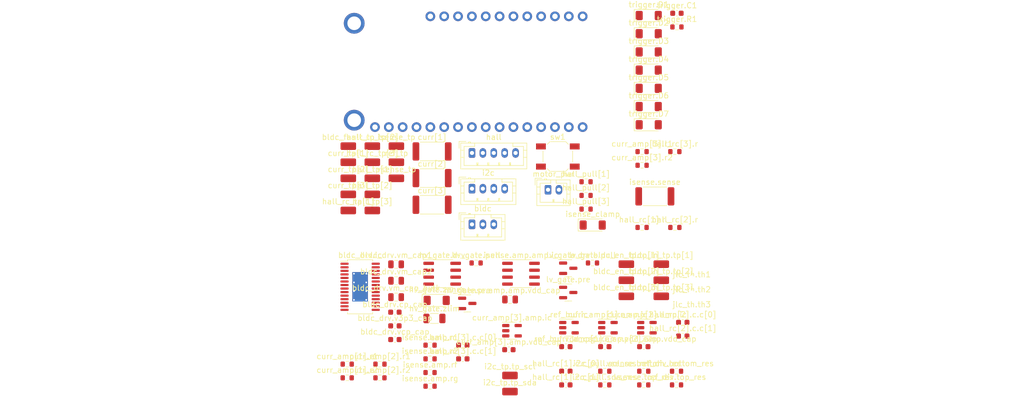
<source format=kicad_pcb>
(kicad_pcb (version 20221018) (generator pcbnew)
  (layers (0 "F.Cu" signal) (31 "B.Cu" signal) (34 "B.Paste" user) (35 "F.Paste" user) (36 "B.SilkS" user "B.Silkscreen") (37 "F.SilkS" user "F.Silkscreen") (38 "B.Mask" user) (39 "F.Mask" user) (44 "Edge.Cuts" user))
  (net 0 "")
  (net 1 "curr_amp[1].output")
  (net 2 "mcu.gpio.bldc_in_3")
  (net 3 "mcu.gpio.bldc_in_2")
  (net 4 "mcu.gpio.bldc_in_1")
  (net 5 "mcu.gpio.bldc_en_3")
  (net 6 "i2c_pull.i2c.scl")
  (net 7 "i2c_pull.i2c.sda")
  (net 8 "mcu.gpio.bldc_en_2")
  (net 9 "mcu.gpio.bldc_en_1")
  (net 10 "bldc_drv.nfault")
  (net 11 "curr_amp[2].output")
  (net 12 "ref_buf.output")
  (net 13 "isense.out")
  (net 14 "curr_amp[3].output")
  (net 15 "hall_pull[1].io")
  (net 16 "vsense.output")
  (net 17 "hall_rc[1].output")
  (net 18 "hall_rc[3].output")
  (net 19 "hall_pull[2].io")
  (net 20 "hall_pull[3].io")
  (net 21 "hall_rc[2].output")
  (net 22 "mcu.pwr_out")
  (net 23 "trigger.trigger_out")
  (net 24 "gnd")
  (net 25 "hv_gate.control")
  (net 26 "lv_gate.control")
  (net 27 "bldc_drv.nreset")
  (net 28 "sw1.out")
  (net 29 "mcu.vusb_out")
  (net 30 "curr[2].pwr_out")
  (net 31 "curr[1].pwr_out")
  (net 32 "curr[3].pwr_out")
  (net 33 "hv_gate.output")
  (net 34 "isense.pwr_out")
  (net 35 "hv_gate.pull.b")
  (net 36 "hv_gate.pre.drain")
  (net 37 "motor_pwr.pwr")
  (net 38 "lv_gate.output")
  (net 39 "ref_div.output")
  (net 40 "curr_amp[1].r2.a")
  (net 41 "curr_amp[2].r2.a")
  (net 42 "lv_gate.pre.drain")
  (net 43 "curr_amp[3].r2.a")
  (net 44 "isense.amp.r1.b")
  (net 45 "isense.amp.r2.b")
  (net 46 "trigger.D4.cathode")
  (net 47 "bldc_drv.cp_cap.neg")
  (net 48 "bldc_drv.cp_cap.pos")
  (net 49 "bldc_drv.vcp_cap.pos")
  (net 50 "trigger.bldc_phase_1")
  (net 51 "trigger.bldc_phase_2")
  (net 52 "trigger.bldc_phase_3")
  (net 53 "bldc_drv.ic.v3p3")
  (footprint "Package_TO_SOT_SMD:SOT-23-5" (layer "F.Cu") (at 132.535 101.5)
    (fp_text reference "ref_buf.ic" (at 0 -2.4) (layer "F.SilkS"))
    (fp_text value "LMV321 (Texas Instruments)")
    (pad "1" smd roundrect (at -1.1375 -0.95) (size 1.325 0.6) (layers "F.Cu" "F.Paste" "F.Mask") (net 39 "ref_div.output"))
    (pad "2" smd roundrect (at -1.1375 0) (size 1.325 0.6) (layers "F.Cu" "F.Paste" "F.Mask") (net 24 "gnd"))
    (pad "3" smd roundrect (at -1.1375 0.95) (size 1.325 0.6) (layers "F.Cu" "F.Paste" "F.Mask") (net 12 "ref_buf.output"))
    (pad "4" smd roundrect (at 1.1375 0.95) (size 1.325 0.6) (layers "F.Cu" "F.Paste" "F.Mask") (net 12 "ref_buf.output"))
    (pad "5" smd roundrect (at 1.1375 -0.95) (size 1.325 0.6) (layers "F.Cu" "F.Paste" "F.Mask") (net 38 "lv_gate.output"))
  )
  (footprint "Capacitor_SMD:C_0603_1608Metric" (layer "F.Cu") (at 131.965 112)
    (fp_text reference "hall_rc[1].c.c[1]" (at 0 -1.43) (layer "F.SilkS"))
    (fp_text value "0603B153K500NT (FH(Guangdong Fenghua Advanced Tech)) - 50V 15nF X7R ±10% 0603 Multilayer Ceramic Capacitors MLCC - SMD/SMT ROHS")
    (pad "1" smd roundrect (at -0.775 0) (size 0.9 0.95) (layers "F.Cu" "F.Paste" "F.Mask") (net 17 "hall_rc[1].output"))
    (pad "2" smd roundrect (at 0.775 0) (size 0.9 0.95) (layers "F.Cu" "F.Paste" "F.Mask") (net 24 "gnd"))
  )
  (footprint "edg:TestPoint_TE_RCT_0805" (layer "F.Cu") (at 143.065 95.75)
    (fp_text reference "bldc_en_tp.tp[3]" (at 0 -1.65) (layer "F.SilkS"))
    (fp_text value "5015 (Keystone) - _mcu_gpio_bldc_en_link.3")
    (pad "1" smd roundrect (at 0 0) (size 2.85 1.4) (layers "F.Cu" "F.Paste" "F.Mask") (roundrect_rratio 0.1785714286) (net 5 "mcu.gpio.bldc_en_3"))
  )
  (footprint "Diode_SMD:D_MiniMELF" (layer "F.Cu") (at 136.89 82.675)
    (fp_text reference "isense_clamp" (at 0 -2) (layer "F.SilkS"))
    (fp_text value "ZMM3V0-M (ST(Semtech)) - 4μA@1V 85Ω Single 2.8V~3.2V 500mW 3V LL-34 Zener Diodes ROHS")
    (pad "1" smd roundrect (at -1.75 0) (size 1.3 1.7) (layers "F.Cu" "F.Paste" "F.Mask") (roundrect_rratio 0.1923076923) (net 13 "isense.out"))
    (pad "2" smd roundrect (at 1.75 0) (size 1.3 1.7) (layers "F.Cu" "F.Paste" "F.Mask") (roundrect_rratio 0.1923076923) (net 24 "gnd"))
  )
  (footprint "Resistor_SMD:R_0603_1608Metric" (layer "F.Cu") (at 151.965 69.2)
    (fp_text reference "hall_rc[3].r" (at 0 -1.43) (layer "F.SilkS"))
    (fp_text value "0603WAF4701T5E (UNI-ROYAL(Uniroyal Elec)) - ±1% 1/10W Thick Film Resistors 75V ±100ppm/℃ -55℃~+155℃ 4.7kΩ 0603 Chip Resistor - Surface Mount ROHS")
    (pad "1" smd roundrect (at -0.825 0) (size 0.8 0.95) (layers "F.Cu" "F.Paste" "F.Mask") (net 20 "hall_pull[3].io"))
    (pad "2" smd roundrect (at 0.825 0) (size 0.8 0.95) (layers "F.Cu" "F.Paste" "F.Mask") (net 18 "hall_rc[3].output"))
  )
  (footprint "Resistor_SMD:R_0603_1608Metric" (layer "F.Cu") (at 107.055 107.22)
    (fp_text reference "isense.amp.r2" (at 0 -1.43) (layer "F.SilkS"))
    (fp_text value "0603WAF1002T5E (UNI-ROYAL(Uniroyal Elec)) - ±1% 1/10W Thick Film Resistors 75V ±100ppm/℃ -55℃~+155℃ 10kΩ 0603 Chip Resistor - Surface Mount ROHS")
    (pad "1" smd roundrect (at -0.825 0) (size 0.8 0.95) (layers "F.Cu" "F.Paste" "F.Mask") (net 33 "hv_gate.output"))
    (pad "2" smd roundrect (at 0.825 0) (size 0.8 0.95) (layers "F.Cu" "F.Paste" "F.Mask") (net 45 "isense.amp.r2.b"))
  )
  (footprint "Package_SO:SOIC-8_3.9x4.9mm_P1.27mm" (layer "F.Cu") (at 123.735 91.6)
    (fp_text reference "isense.amp.amp.ic" (at 0 -3.4) (layer "F.SilkS"))
    (fp_text value "OPA197IDR (Texas Instruments)")
    (pad "1" smd roundrect (at -2.475 -1.905) (size 1.95 0.6) (layers "F.Cu" "F.Paste" "F.Mask"))
    (pad "2" smd roundrect (at -2.475 -0.635) (size 1.95 0.6) (layers "F.Cu" "F.Paste" "F.Mask") (net 44 "isense.amp.r1.b"))
    (pad "3" smd roundrect (at -2.475 0.635) (size 1.95 0.6) (layers "F.Cu" "F.Paste" "F.Mask") (net 45 "isense.amp.r2.b"))
    (pad "4" smd roundrect (at -2.475 1.905) (size 1.95 0.6) (layers "F.Cu" "F.Paste" "F.Mask") (net 24 "gnd"))
    (pad "5" smd roundrect (at 2.475 1.905) (size 1.95 0.6) (layers "F.Cu" "F.Paste" "F.Mask"))
    (pad "6" smd roundrect (at 2.475 0.635) (size 1.95 0.6) (layers "F.Cu" "F.Paste" "F.Mask") (net 13 "isense.out"))
    (pad "7" smd roundrect (at 2.475 -0.635) (size 1.95 0.6) (layers "F.Cu" "F.Paste" "F.Mask") (net 33 "hv_gate.output"))
    (pad "8" smd roundrect (at 2.475 -1.905) (size 1.95 0.6) (layers "F.Cu" "F.Paste" "F.Mask"))
  )
  (footprint "Connector_JST:JST_PH_B2B-PH-K_1x02_P2.00mm_Vertical" (layer "F.Cu") (at 128.695 76.2)
    (fp_text reference "motor_pwr" (at 1 -2.9) (layer "F.SilkS"))
    (fp_text value "B2B-PH-K (JST)")
    (pad "1" thru_hole roundrect (at 0 0) (size 1.2 1.75) (drill 0.75) (layers "*.Cu" "*.Mask") (roundrect_rratio 0.208333) (net 24 "gnd"))
    (pad "2" thru_hole oval (at 2 0) (size 1.2 1.75) (drill 0.75) (layers "*.Cu" "*.Mask") (net 37 "motor_pwr.pwr"))
  )
  (footprint "edg:TestPoint_TE_RCT_0805" (layer "F.Cu") (at 100.875 74.1)
    (fp_text reference "vsense_tp" (at 0 -1.65) (layer "F.SilkS"))
    (fp_text value "5015 (Keystone) - _vsense_output_link")
    (pad "1" smd roundrect (at 0 0) (size 2.85 1.4) (layers "F.Cu" "F.Paste" "F.Mask") (roundrect_rratio 0.1785714286) (net 16 "vsense.output"))
  )
  (footprint "Resistor_SMD:R_0603_1608Metric" (layer "F.Cu") (at 135.675 79.75)
    (fp_text reference "hall_pull[3]" (at 0 -1.43) (layer "F.SilkS"))
    (fp_text value "0603WAF4701T5E (UNI-ROYAL(Uniroyal Elec)) - ±1% 1/10W Thick Film Resistors 75V ±100ppm/℃ -55℃~+155℃ 4.7kΩ 0603 Chip Resistor - Surface Mount ROHS")
    (pad "1" smd roundrect (at -0.825 0) (size 0.8 0.95) (layers "F.Cu" "F.Paste" "F.Mask") (net 38 "lv_gate.output"))
    (pad "2" smd roundrect (at 0.825 0) (size 0.8 0.95) (layers "F.Cu" "F.Paste" "F.Mask") (net 20 "hall_pull[3].io"))
  )
  (footprint "Package_SO:HTSSOP-28-1EP_4.4x9.7mm_P0.65mm_EP2.85x5.4mm_ThermalVias" (layer "F.Cu") (at 94.225 94)
    (fp_text reference "bldc_drv.ic" (at 0 -5.8) (layer "F.SilkS"))
    (fp_text value "DRV8313PWP (Texas Instruments)")
    (pad "1" smd roundrect (at -2.8625 -4.225) (size 1.475 0.4) (layers "F.Cu" "F.Paste" "F.Mask") (net 47 "bldc_drv.cp_cap.neg"))
    (pad "2" smd roundrect (at -2.8625 -3.575) (size 1.475 0.4) (layers "F.Cu" "F.Paste" "F.Mask") (net 48 "bldc_drv.cp_cap.pos"))
    (pad "3" smd roundrect (at -2.8625 -2.925) (size 1.475 0.4) (layers "F.Cu" "F.Paste" "F.Mask") (net 49 "bldc_drv.vcp_cap.pos"))
    (pad "4" smd roundrect (at -2.8625 -2.275) (size 1.475 0.4) (layers "F.Cu" "F.Paste" "F.Mask") (net 34 "isense.pwr_out"))
    (pad "5" smd roundrect (at -2.8625 -1.625) (size 1.475 0.4) (layers "F.Cu" "F.Paste" "F.Mask") (net 50 "trigger.bldc_phase_1"))
    (pad "6" smd roundrect (at -2.8625 -0.975) (size 1.475 0.4) (layers "F.Cu" "F.Paste" "F.Mask") (net 31 "curr[1].pwr_out"))
    (pad "7" smd roundrect (at -2.8625 -0.325) (size 1.475 0.4) (layers "F.Cu" "F.Paste" "F.Mask") (net 30 "curr[2].pwr_out"))
    (pad "8" smd roundrect (at -2.8625 0.325) (size 1.475 0.4) (layers "F.Cu" "F.Paste" "F.Mask") (net 51 "trigger.bldc_phase_2"))
    (pad "9" smd roundrect (at -2.8625 0.975) (size 1.475 0.4) (layers "F.Cu" "F.Paste" "F.Mask") (net 52 "trigger.bldc_phase_3"))
    (pad "10" smd roundrect (at -2.8625 1.625) (size 1.475 0.4) (layers "F.Cu" "F.Paste" "F.Mask") (net 32 "curr[3].pwr_out"))
    (pad "11" smd roundrect (at -2.8625 2.275) (size 1.475 0.4) (layers "F.Cu" "F.Paste" "F.Mask") (net 34 "isense.pwr_out"))
    (pad "12" smd roundrect (at -2.8625 2.925) (size 1.475 0.4) (layers "F.Cu" "F.Paste" "F.Mask") (net 24 "gnd"))
    (pad "13" smd roundrect (at -2.8625 3.575) (size 1.475 0.4) (layers "F.Cu" "F.Paste" "F.Mask") (net 24 "gnd"))
    (pad "14" smd roundrect (at -2.8625 4.225) (size 1.475 0.4) (layers "F.Cu" "F.Paste" "F.Mask") (net 24 "gnd"))
    (pad "15" smd roundrect (at 2.8625 4.225) (size 1.475 0.4) (layers "F.Cu" "F.Paste" "F.Mask") (net 53 "bldc_drv.ic.v3p3"))
    (pad "16" smd roundrect (at 2.8625 3.575) (size 1.475 0.4) (layers "F.Cu" "F.Paste" "F.Mask") (net 27 "bldc_drv.nreset"))
    (pad "17" smd roundrect (at 2.8625 2.925) (size 1.475 0.4) (layers "F.Cu" "F.Paste" "F.Mask") (net 53 "bldc_drv.ic.v3p3"))
    (pad "18" smd roundrect (at 2.8625 2.275) (size 1.475 0.4) (layers "F.Cu" "F.Paste" "F.Mask") (net 10 "bldc_drv.nfault"))
    (pad "19" smd roundrect (at 2.8625 1.625) (size 1.475 0.4) (layers "F.Cu" "F.Paste" "F.Mask"))
    (pad "20" smd roundrect (at 2.8625 0.975) (size 1.475 0.4) (layers "F.Cu" "F.Paste" "F.Mask") (net 24 "gnd"))
    (pad "21" smd roundrect (at 2.8625 0.325) (size 1.475 0.4) (layers "F.Cu" "F.Paste" "F.Mask"))
    (pad "22" smd roundrect (at 2.8625 -0.325) (size 1.475 0.4) (layers "F.Cu" "F.Paste" "F.Mask") (net 5 "mcu.gpio.bldc_en_3"))
    (pad "23" smd roundrect (at 2.8625 -0.975) (size 1.475 0.4) (layers "F.Cu" "F.Paste" "F.Mask") (net 2 "mcu.gpio.bldc_in_3"))
    (pad "24" smd roundrect (at 2.8625 -1.625) (size 1.475 0.4) (layers "F.Cu" "F.Paste" "F.Mask") (net 8 "mcu.gpio.bldc_en_2"))
    (pad "25" smd roundrect (at 2.8625 -2.275) (size 1.475 0.4) (layers "F.Cu" "F.Paste" "F.Mask") (net 3 "mcu.gpio.bldc_in_2"))
    (pad "26" smd roundrect (at 2.8625 -2.925) (size 1.475 0.4) (layers "F.Cu" "F.Paste" "F.Mask") (net 9 "mcu.gpio.bldc_en_1"))
    (pad "27" smd roundrect (at 2.8625 -3.575) (size 1.475 0.4) (layers "F.Cu" "F.Paste" "F.Mask") (net 4 "mcu.gpio.bldc_in_1"))
    (pad "28" smd roundrect (at 2.8625 -4.225) (size 1.475 0.4) (layers "F.Cu" "F.Paste" "F.Mask") (net 24 "gnd"))
    (pad "29" thru_hole circle (at -1.125 -2.4) (size 0.6 0.6) (drill 0.3) (layers "*.Cu") (net 24 "gnd"))
    (pad "29" thru_hole circle (at -1.125 -0.8) (size 0.6 0.6) (drill 0.3) (layers "*.Cu") (net 24 "gnd"))
    (pad "29" thru_hole circle (at -1.125 0.8) (size 0.6 0.6) (drill 0.3) (layers "*.Cu") (net 24 "gnd"))
    (pad "29" thru_hole circle (at -1.125 2.4) (size 0.6 0.6) (drill 0.3) (layers "*.Cu") (net 24 "gnd"))
    (pad "29" smd rect (at 0 0) (size 2.85 5.4) (layers "F.Cu" "F.Mask") (net 24 "gnd"))
    (pad "29" smd rect (at 0 0) (size 2.85 5.4) (layers "B.Cu") (net 24 "gnd"))
    (pad "29" thru_hole circle (at 1.125 -2.4) (size 0.6 0.6) (drill 0.3) (layers "*.Cu") (net 24 "gnd"))
    (pad "29" thru_hole circle (at 1.125 -0.8) (size 0.6 0.6) (drill 0.3) (layers "*.Cu") (net 24 "gnd"))
    (pad "29" thru_hole circle (at 1.125 0.8) (size 0.6 0.6) (drill 0.3) (layers "*.Cu") (net 24 "gnd"))
    (pad "29" thru_hole circle (at 1.125 2.4) (size 0.6 0.6) (drill 0.3) (layers "*.Cu") (net 24 "gnd"))
  )
  (footprint "Resistor_SMD:R_0603_1608Metric" (layer "F.Cu") (at 139.115 109.49)
    (fp_text reference "i2c_pull.scl_res" (at 0 -1.43) (layer "F.SilkS"))
    (fp_text value "0603WAF4701T5E (UNI-ROYAL(Uniroyal Elec)) - ±1% 1/10W Thick Film Resistors 75V ±100ppm/℃ -55℃~+155℃ 4.7kΩ 0603 Chip Resistor - Surface Mount ROHS")
    (pad "1" smd roundrect (at -0.825 0) (size 0.8 0.95) (layers "F.Cu" "F.Paste" "F.Mask") (net 38 "lv_gate.output"))
    (pad "2" smd roundrect (at 0.825 0) (size 0.8 0.95) (layers "F.Cu" "F.Paste" "F.Mask") (net 6 "i2c_pull.i2c.scl"))
  )
  (footprint "Diode_SMD:D_MiniMELF" (layer "F.Cu") (at 147.17 44.235)
    (fp_text reference "trigger.D1" (at 0 -2) (layer "F.SilkS"))
    (fp_text value "LL4148 (ST(Semtech)) - 75V +175℃@(Tj) 500mW 1V@10mA 4ns 5μA@75V 200mA LL-34 Switching Diode ROHS")
    (pad "1" smd roundrect (at -1.75 0) (size 1.3 1.7) (layers "F.Cu" "F.Paste" "F.Mask") (roundrect_rratio 0.1923076923) (net 50 "trigger.bldc_phase_1"))
    (pad "2" smd roundrect (at 1.75 0) (size 1.3 1.7) (layers "F.Cu" "F.Paste" "F.Mask") (roundrect_rratio 0.1923076923) (net 24 "gnd"))
  )
  (footprint "edg:JlcToolingHole_1.152mm" (layer "F.Cu") (at 155.055 89.75)
    (fp_text reference "jlc_th.th1" (at 0 2) (layer "F.SilkS"))
    (fp_text value "")
    (pad "" np_thru_hole circle (at 0 0) (size 1.152 1.152) (drill 1.152) (layers "*.Cu" "*.Mask"))
  )
  (footprint "Package_TO_SOT_SMD:SOT-23" (layer "F.Cu") (at 132.405 90.6)
    (fp_text reference "lv_gate.drv" (at 0 -2.4) (layer "F.SilkS"))
    (fp_text value "SI2301CDS-T1-GE3 (Vishay Intertech) - 20V 3.1A 860mW 112mΩ@4.5V,2.8A 1V@250μA P Channel SOT-23(SOT-23-3) MOSFETs ROHS")
    (pad "1" smd roundrect (at -0.9375 -0.95) (size 1.475 0.6) (layers "F.Cu" "F.Paste" "F.Mask") (net 42 "lv_gate.pre.drain"))
    (pad "2" smd roundrect (at -0.9375 0.95) (size 1.475 0.6) (layers "F.Cu" "F.Paste" "F.Mask") (net 22 "mcu.pwr_out"))
    (pad "3" smd roundrect (at 0.9375 0) (size 1.475 0.6) (layers "F.Cu" "F.Paste" "F.Mask") (net 38 "lv_gate.output"))
  )
  (footprint "Diode_SMD:D_MiniMELF" (layer "F.Cu") (at 147.17 60.935)
    (fp_text reference "trigger.D6" (at 0 -2) (layer "F.SilkS"))
    (fp_text value "LL4148 (ST(Semtech)) - 75V +175℃@(Tj) 500mW 1V@10mA 4ns 5μA@75V 200mA LL-34 Switching Diode ROHS")
    (pad "1" smd roundrect (at -1.75 0) (size 1.3 1.7) (layers "F.Cu" "F.Paste" "F.Mask") (roundrect_rratio 0.1923076923) (net 46 "trigger.D4.cathode"))
    (pad "2" smd roundrect (at 1.75 0) (size 1.3 1.7) (layers "F.Cu" "F.Paste" "F.Mask") (roundrect_rratio 0.1923076923) (net 52 "trigger.bldc_phase_3"))
  )
  (footprint "edg:TestPoint_TE_RCT_0805" (layer "F.Cu") (at 121.715 110.27)
    (fp_text reference "i2c_tp.tp_scl" (at 0 -1.65) (layer "F.SilkS"))
    (fp_text value "5015 (Keystone) - _mcu_i2c_i2c_link.scl")
    (pad "1" smd roundrect (at 0 0) (size 2.85 1.4) (layers "F.Cu" "F.Paste" "F.Mask") (roundrect_rratio 0.1785714286) (net 6 "i2c_pull.i2c.scl"))
  )
  (footprint "edg:TestPoint_TE_RCT_0805" (layer "F.Cu") (at 143.065 89.85)
    (fp_text reference "bldc_en_tp.tp[1]" (at 0 -1.65) (layer "F.SilkS"))
    (fp_text value "5015 (Keystone) - _mcu_gpio_bldc_en_link.1")
    (pad "1" smd roundrect (at 0 0) (size 2.85 1.4) (layers "F.Cu" "F.Paste" "F.Mask") (roundrect_rratio 0.1785714286) (net 9 "mcu.gpio.bldc_en_1"))
  )
  (footprint "Package_SO:SOIC-8_3.9x4.9mm_P1.27mm" (layer "F.Cu") (at 109.275 91.6)
    (fp_text reference "hv_gate.drv" (at 0 -3.4) (layer "F.SilkS"))
    (fp_text value "DMG4407SSS-13 (Diodes Incorporated) - 30V 9.9A 1.45W 11mΩ@20V,12A 3V@250μA P Channel SOIC-8_150mil MOSFETs ROHS")
    (pad "1" smd roundrect (at -2.475 -1.905) (size 1.95 0.6) (layers "F.Cu" "F.Paste" "F.Mask") (net 37 "motor_pwr.pwr"))
    (pad "2" smd roundrect (at -2.475 -0.635) (size 1.95 0.6) (layers "F.Cu" "F.Paste" "F.Mask") (net 37 "motor_pwr.pwr"))
    (pad "3" smd roundrect (at -2.475 0.635) (size 1.95 0.6) (layers "F.Cu" "F.Paste" "F.Mask") (net 37 "motor_pwr.pwr"))
    (pad "4" smd roundrect (at -2.475 1.905) (size 1.95 0.6) (layers "F.Cu" "F.Paste" "F.Mask") (net 35 "hv_gate.pull.b"))
    (pad "5" smd roundrect (at 2.475 1.905) (size 1.95 0.6) (layers "F.Cu" "F.Paste" "F.Mask") (net 33 "hv_gate.output"))
    (pad "6" smd roundrect (at 2.475 0.635) (size 1.95 0.6) (layers "F.Cu" "F.Paste" "F.Mask") (net 33 "hv_gate.output"))
    (pad "7" smd roundrect (at 2.475 -0.635) (size 1.95 0.6) (layers "F.Cu" "F.Paste" "F.Mask") (net 33 "hv_gate.output"))
    (pad "8" smd roundrect (at 2.475 -1.905) (size 1.95 0.6) (layers "F.Cu" "F.Paste" "F.Mask") (net 33 "hv_gate.output"))
  )
  (footprint "Resistor_SMD:R_0603_1608Metric" (layer "F.Cu") (at 145.955 71.71)
    (fp_text reference "curr_amp[3].r2" (at 0 -1.43) (layer "F.SilkS"))
    (fp_text value "0603WAF2002T5E (UNI-ROYAL(Uniroyal Elec)) - ±1% 1/10W Thick Film Resistors 75V ±100ppm/℃ -55℃~+155℃ 20kΩ 0603 Chip Resistor - Surface Mount ROHS")
    (pad "1" smd roundrect (at -0.825 0) (size 0.8 0.95) (layers "F.Cu" "F.Paste" "F.Mask") (net 43 "curr_amp[3].r2.a"))
    (pad "2" smd roundrect (at 0.825 0) (size 0.8 0.95) (layers "F.Cu" "F.Paste" "F.Mask") (net 24 "gnd"))
  )
  (footprint "Resistor_SMD:R_0603_1608Metric" (layer "F.Cu") (at 107.055 104.71)
    (fp_text reference "isense.amp.r1" (at 0 -1.43) (layer "F.SilkS"))
    (fp_text value "0603WAF1002T5E (UNI-ROYAL(Uniroyal Elec)) - ±1% 1/10W Thick Film Resistors 75V ±100ppm/℃ -55℃~+155℃ 10kΩ 0603 Chip Resistor - Surface Mount ROHS")
    (pad "1" smd roundrect (at -0.825 0) (size 0.8 0.95) (layers "F.Cu" "F.Paste" "F.Mask") (net 34 "isense.pwr_out"))
    (pad "2" smd roundrect (at 0.825 0) (size 0.8 0.95) (layers "F.Cu" "F.Paste" "F.Mask") (net 44 "isense.amp.r1.b"))
  )
  (footprint "Connector_JST:JST_PH_B5B-PH-K_1x05_P2.00mm_Vertical" (layer "F.Cu") (at 114.745 69.45)
    (fp_text reference "hall" (at 4 -2.9) (layer "F.SilkS"))
    (fp_text value "B5B-PH-K (JST)")
    (pad "1" thru_hole roundrect (at 0 0) (size 1.2 1.75) (drill 0.75) (layers "*.Cu" "*.Mask") (roundrect_rratio 0.208333) (net 38 "lv_gate.output"))
    (pad "2" thru_hole oval (at 2 0) (size 1.2 1.75) (drill 0.75) (layers "*.Cu" "*.Mask") (net 15 "hall_pull[1].io"))
    (pad "3" thru_hole oval (at 4 0) (size 1.2 1.75) (drill 0.75) (layers "*.Cu" "*.Mask") (net 19 "hall_pull[2].io"))
    (pad "4" thru_hole oval (at 6 0) (size 1.2 1.75) (drill 0.75) (layers "*.Cu" "*.Mask") (net 20 "hall_pull[3].io"))
    (pad "5" thru_hole oval (at 8 0) (size 1.2 1.75) (drill 0.75) (layers "*.Cu" "*.Mask") (net 24 "gnd"))
  )
  (footprint "Resistor_SMD:R_0603_1608Metric" (layer "F.Cu") (at 146.265 112)
    (fp_text reference "vsense.top_res" (at 0 -1.43) (layer "F.SilkS"))
    (fp_text value "0603WAF6802T5E (UNI-ROYAL(Uniroyal Elec)) - ±1% 1/10W Thick Film Resistors 75V ±100ppm/℃ -55℃~+155℃ 68kΩ 0603 Chip Resistor - Surface Mount ROHS")
    (pad "1" smd roundrect (at -0.825 0) (size 0.8 0.95) (layers "F.Cu" "F.Paste" "F.Mask") (net 33 "hv_gate.output"))
    (pad "2" smd roundrect (at 0.825 0) (size 0.8 0.95) (layers "F.Cu" "F.Paste" "F.Mask") (net 16 "vsense.output"))
  )
  (footprint "Resistor_SMD:R_0603_1608Metric" (layer "F.Cu") (at 135.675 77.24)
    (fp_text reference "hall_pull[2]" (at 0 -1.43) (layer "F.SilkS"))
    (fp_text value "0603WAF4701T5E (UNI-ROYAL(Uniroyal Elec)) - ±1% 1/10W Thick Film Resistors 75V ±100ppm/℃ -55℃~+155℃ 4.7kΩ 0603 Chip Resistor - Surface Mount ROHS")
    (pad "1" smd roundrect (at -0.825 0) (size 0.8 0.95) (layers "F.Cu" "F.Paste" "F.Mask") (net 38 "lv_gate.output"))
    (pad "2" smd roundrect (at 0.825 0) (size 0.8 0.95) (layers "F.Cu" "F.Paste" "F.Mask") (net 19 "hall_pull[2].io"))
  )
  (footprint "Capacitor_SMD:C_0603_1608Metric" (layer "F.Cu") (at 121.515 105.54)
    (fp_text reference "curr_amp[3].amp.vdd_cap" (at 0 -1.43) (layer "F.SilkS"))
    (fp_text value "CC0603KRX7R9BB104 (YAGEO) - 50V 100nF X7R ±10% 0603 Multilayer Ceramic Capacitors MLCC - SMD/SMT ROHS")
    (pad "1" smd roundrect (at -0.775 0) (size 0.9 0.95) (layers "F.Cu" "F.Paste" "F.Mask") (net 38 "lv_gate.output"))
    (pad "2" smd roundrect (at 0.775 0) (size 0.9 0.95) (layers "F.Cu" "F.Paste" "F.Mask") (net 24 "gnd"))
  )
  (footprint "Resistor_SMD:R_2512_6332Metric" (layer "F.Cu") (at 107.425 74.06)
    (fp_text reference "curr[2]" (at 0 -2.62) (layer "F.SilkS"))
    (fp_text value "25121WJ050LT4E (UNI-ROYAL(Uniroyal Elec)) - ±5% 1W Thick Film Resistors 200V ±800ppm/℃ -55℃~+155℃ 50mΩ 2512 Chip Resistor - Surface Mount ROHS")
    (pad "1" smd roundrect (at -2.9625 0) (size 1.225 3.35) (layers "F.Cu" "F.Paste" "F.Mask") (roundrect_rratio 0.204082) (net 24 "gnd"))
    (pad "2" smd roundrect (at 2.9625 0) (size 1.225 3.35) (layers "F.Cu" "F.Paste" "F.Mask") (roundrect_rratio 0.204082) (net 30 "curr[2].pwr_out"))
  )
  (footprint "Resistor_SMD:R_0603_1608Metric" (layer "F.Cu") (at 135.675 74.73)
    (fp_text reference "hall_pull[1]" (at 0 -1.43) (layer "F.SilkS"))
    (fp_text value "0603WAF4701T5E (UNI-ROYAL(Uniroyal Elec)) - ±1% 1/10W Thick Film Resistors 75V ±100ppm/℃ -55℃~+155℃ 4.7kΩ 0603 Chip Resistor - Surface Mount ROHS")
    (pad "1" smd roundrect (at -0.825 0) (size 0.8 0.95) (layers "F.Cu" "F.Paste" "F.Mask") (net 38 "lv_gate.output"))
    (pad "2" smd roundrect (at 0.825 0) (size 0.8 0.95) (layers "F.Cu" "F.Paste" "F.Mask") (net 15 "hall_pull[1].io"))
  )
  (footprint "Package_TO_SOT_SMD:SOT-23-5" (layer "F.Cu") (at 122.085 102.06)
    (fp_text reference "curr_amp[3].amp.ic" (at 0 -2.4) (layer "F.SilkS"))
    (fp_text value "LMV321 (Texas Instruments)")
    (pad "1" smd roundrect (at -1.1375 -0.95) (size 1.325 0.6) (layers "F.Cu" "F.Paste" "F.Mask") (net 32 "curr[3].pwr_out"))
    (pad "2" smd roundrect (at -1.1375 0) (size 1.325 0.6) (layers "F.Cu" "F.Paste" "F.Mask") (net 24 "gnd"))
    (pad "3" smd roundrect (at -1.1375 0.95) (size 1.325 0.6) (layers "F.Cu" "F.Paste" "F.Mask") (net 43 "curr_amp[3].r2.a"))
    (pad "4" smd roundrect (at 1.1375 0.95) (size 1.325 0.6) (layers "F.Cu" "F.Paste" "F.Mask") (net 14 "curr_amp[3].output"))
    (pad "5" smd roundrect (at 1.1375 -0.95) (size 1.325 0.6) (layers "F.Cu" "F.Paste" "F.Mask") (net 38 "lv_gate.output"))
  )
  (footprint "Diode_SMD:D_MiniMELF" (layer "F.Cu") (at 147.17 47.575)
    (fp_text reference "trigger.D2" (at 0 -2) (layer "F.SilkS"))
    (fp_text value "LL4148 (ST(Semtech)) - 75V +175℃@(Tj) 500mW 1V@10mA 4ns 5μA@75V 200mA LL-34 Switching Diode ROHS")
    (pad "1" smd roundrect (at -1.75 0) (size 1.3 1.7) (layers "F.Cu" "F.Paste" "F.Mask") (roundrect_rratio 0.1923076923) (net 51 "trigger.bldc_phase_2"))
    (pad "2" smd roundrect (at 1.75 0) (size 1.3 1.7) (layers "F.Cu" "F.Paste" "F.Mask") (roundrect_rratio 0.1923076923) (net 24 "gnd"))
  )
  (footprint "edg:TestPoint_TE_RCT_0805" (layer "F.Cu") (at 121.715 113.22)
    (fp_text reference "i2c_tp.tp_sda" (at 0 -1.65) (layer "F.SilkS"))
    (fp_text value "5015 (Keystone) - i2c_tp._io_sda_link")
    (pad "1" smd roundrect (at 0 0) (size 2.85 1.4) (layers "F.Cu" "F.Paste" "F.Mask") (roundrect_rratio 0.1785714286) (net 7 "i2c_pull.i2c.sda"))
  )
  (footprint "Resistor_SMD:R_2512_6332Metric" (layer "F.Cu") (at 107.425 78.95)
    (fp_text reference "curr[3]" (at 0 -2.62) (layer "F.SilkS"))
    (fp_text value "25121WJ050LT4E (UNI-ROYAL(Uniroyal Elec)) - ±5% 1W Thick Film Resistors 200V ±800ppm/℃ -55℃~+155℃ 50mΩ 2512 Chip Resistor - Surface Mount ROHS")
    (pad "1" smd roundrect (at -2.9625 0) (size 1.225 3.35) (layers "F.Cu" "F.Paste" "F.Mask") (roundrect_rratio 0.204082) (net 24 "gnd"))
    (pad "2" smd roundrect (at 2.9625 0) (size 1.225 3.35) (layers "F.Cu" "F.Paste" "F.Mask") (roundrect_rratio 0.204082) (net 32 "curr[3].pwr_out"))
  )
  (footprint "Resistor_SMD:R_0603_1608Metric" (layer "F.Cu") (at 145.955 69.2)
    (fp_text reference "curr_amp[3].r1" (at 0 -1.43) (layer "F.SilkS"))
    (fp_text value "0603WAF3903T5E (UNI-ROYAL(Uniroyal Elec)) - ±1% 1/10W Thick Film Resistors 75V ±100ppm/℃ -55℃~+155℃ 390kΩ 0603 Chip Resistor - Surface Mount ROHS")
    (pad "1" smd roundrect (at -0.825 0) (size 0.8 0.95) (layers "F.Cu" "F.Paste" "F.Mask") (net 14 "curr_amp[3].output"))
    (pad "2" smd roundrect (at 0.825 0) (size 0.8 0.95) (layers "F.Cu" "F.Paste" "F.Mask") (net 43 "curr_amp[3].r2.a"))
  )
  (footprint "Capacitor_SMD:C_0603_1608Metric" (layer "F.Cu") (at 153.415 103.04)
    (fp_text reference "hall_rc[2].c.c[1]" (at 0 -1.43) (layer "F.SilkS"))
    (fp_text value "0603B153K500NT (FH(Guangdong Fenghua Advanced Tech)) - 50V 15nF X7R ±10% 0603 Multilayer Ceramic Capacitors MLCC - SMD/SMT ROHS")
    (pad "1" smd roundrect (at -0.775 0) (size 0.9 0.95) (layers "F.Cu" "F.Paste" "F.Mask") (net 21 "hall_rc[2].output"))
    (pad "2" smd roundrect (at 0.775 0) (size 0.9 0.95) (layers "F.Cu" "F.Paste" "F.Mask") (net 24 "gnd"))
  )
  (footprint "Package_TO_SOT_SMD:SOT-23-5" (layer "F.Cu") (at 139.685 101.5)
    (fp_text reference "curr_amp[1].amp.ic" (at 0 -2.4) (layer "F.SilkS"))
    (fp_text value "LMV321 (Texas Instruments)")
    (pad "1" smd roundrect (at -1.1375 -0.95) (size 1.325 0.6) (layers "F.Cu" "F.Paste" "F.Mask") (net 31 "curr[1].pwr_out"))
    (pad "2" smd roundrect (at -1.1375 0) (size 1.325 0.6) (layers "F.Cu" "F.Paste" "F.Mask") (net 24 "gnd"))
    (pad "3" smd roundrect (at -1.1375 0.95) (size 1.325 0.6) (layers "F.Cu" "F.Paste" "F.Mask") (net 40 "curr_amp[1].r2.a"))
    (pad "4" smd roundrect (at 1.1375 0.95) (size 1.325 0.6) (layers "F.Cu" "F.Paste" "F.Mask") (net 1 "curr_amp[1].output"))
    (pad "5" smd roundrect (at 1.1375 -0.95) (size 1.325 0.6) (layers "F.Cu" "F.Paste" "F.Mask") (net 38 "lv_gate.output"))
  )
  (footprint "Capacitor_SMD:C_0603_1608Metric" (layer "F.Cu") (at 131.965 104.98)
    (fp_text reference "ref_buf.vdd_cap" (at 0 -1.43) (layer "F.SilkS"))
    (fp_text value "CC0603KRX7R9BB104 (YAGEO) - 50V 100nF X7R ±10% 0603 Multilayer Ceramic Capacitors MLCC - SMD/SMT ROHS")
    (pad "1" smd roundrect (at -0.775 0) (size 0.9 0.95) (layers "F.Cu" "F.Paste" "F.Mask") (net 38 "lv_gate.output"))
    (pad "2" smd roundrect (at 0.775 0) (size 0.9 0.95) (layers "F.Cu" "F.Paste" "F.Mask") (net 24 "gnd"))
  )
  (footprint "Resistor_SMD:R_0603_1608Metric" (layer "F.Cu") (at 107.055 109.73)
    (fp_text reference "isense.amp.rf" (at 0 -1.43) (layer "F.SilkS"))
    (fp_text value "0603WAF1003T5E (UNI-ROYAL(Uniroyal Elec)) - ±1% 1/10W Thick Film Resistors 75V ±100ppm/℃ -55℃~+155℃ 100kΩ 0603 Chip Resistor - Surface Mount ROHS")
    (pad "1" smd roundrect (at -0.825 0) (size 0.8 0.95) (layers "F.Cu" "F.Paste" "F.Mask") (net 13 "isense.out"))
    (pad "2" smd roundrect (at 0.825 0) (size 0.8 0.95) (layers "F.Cu" "F.Paste" "F.Mask") (net 44 "isense.amp.r1.b"))
  )
  (footprint "bldc:FEATHERWING_NODIM" (layer "F.Cu") (at 90.6 65.975)
    (fp_text reference "mcu" hide)
    (fp_text value "Feather nRF52840 Express (Adafruit)" hide)
    (pad "" np_thru_hole circle (at 48.26 -20.32) (size 2.54 2.54) (drill 2.54) (layers "*.Cu" "*.Mask"))
    (pad "" np_thru_hole circle (at 48.26 -2.54) (size 2.54 2.54) (drill 2.54) (layers "*.Cu" "*.Mask"))
    (pad "1" thru_hole circle (at 6.35 -1.27) (size 1.778 1.778) (drill 1) (layers "*.Cu" "*.Mask"))
    (pad "2" thru_hole circle (at 8.89 -1.27) (size 1.778 1.778) (drill 1) (layers "*.Cu" "*.Mask") (net 22 "mcu.pwr_out"))
    (pad "3" thru_hole circle (at 11.43 -1.27) (size 1.778 1.778) (drill 1) (layers "*.Cu" "*.Mask") (net 23 "trigger.trigger_out"))
    (pad "4" thru_hole circle (at 13.97 -1.27) (size 1.778 1.778) (drill 1) (layers "*.Cu" "*.Mask") (net 24 "gnd"))
    (pad "5" thru_hole circle (at 16.51 -1.27) (size 1.778 1.778) (drill 1) (layers "*.Cu" "*.Mask") (net 13 "isense.out"))
    (pad "6" thru_hole circle (at 19.05 -1.27) (size 1.778 1.778) (drill 1) (layers "*.Cu" "*.Mask") (net 16 "vsense.output"))
    (pad "7" thru_hole circle (at 21.59 -1.27) (size 1.778 1.778) (drill 1) (layers "*.Cu" "*.Mask") (net 25 "hv_gate.control"))
    (pad "8" thru_hole circle (at 24.13 -1.27) (size 1.778 1.778) (drill 1) (layers "*.Cu" "*.Mask") (net 14 "curr_amp[3].output"))
    (pad "9" thru_hole circle (at 26.67 -1.27) (size 1.778 1.778) (drill 1) (layers "*.Cu" "*.Mask") (net 11 "curr_amp[2].output"))
    (pad "10" thru_hole circle (at 29.21 -1.27) (size 1.778 1.778) (drill 1) (layers "*.Cu" "*.Mask") (net 1 "curr_amp[1].output"))
    (pad "11" thru_hole circle (at 31.75 -1.27) (size 1.778 1.778) (drill 1) (layers "*.Cu" "*.Mask") (net 4 "mcu.gpio.bldc_in_1"))
    (pad "12" thru_hole circle (at 34.29 -1.27) (size 1.778 1.778) (drill 1) (layers "*.Cu" "*.Mask") (net 9 "mcu.gpio.bldc_en_1"))
    (pad "13" thru_hole circle (at 36.83 -1.27) (size 1.778 1.778) (drill 1) (layers "*.Cu" "*.Mask") (net 3 "mcu.gpio.bldc_in_2"))
    (pad "14" thru_hole circle (at 39.37 -1.27) (size 1.778 1.778) (drill 1) (layers "*.Cu" "*.Mask") (net 8 "mcu.gpio.bldc_en_2"))
    (pad "15" thru_hole circle (at 41.91 -1.27) (size 1.778 1.778) (drill 1) (layers "*.Cu" "*.Mask") (net 2 "mcu.gpio.bldc_in_3"))
    (pad "16" thru_hole circle (at 44.45 -1.27) (size 1.778 1.778) (drill 1) (layers "*.Cu" "*.Mask") (net 26 "lv_gate.control"))
    (pad "17" thru_hole circle (at 44.45 -21.59) (size 1.778 1.778) (drill 1) (layers "*.Cu" "*.Mask") (net 5 "mcu.gpio.bldc_en_3"))
    (pad "18" thru_hole circle (at 41.91 -21.59) (size 1.778 1.778) (drill 1) (layers "*.Cu" "*.Mask") (net 27 "bldc_drv.nreset"))
    (pad "19" thru_hole circle (at 39.37 -21.59) (size 1.778 1.778) (drill 1) (layers "*.Cu" "*.Mask") (net 10 "bldc_drv.nfault"))
    (pad "20" thru_hole circle (at 36.83 -21.59) (size 1.778 1.778) (drill 1) (layers "*.Cu" "*.Mask") (net 28 "sw1.out"))
    (pad "21" thru_hole circle (at 34.29 -21.59) (size 1.778 1.778) (drill 1) (layers "*.Cu" "*.Mask") (net 7 "i2c_pull.i2c.sda"))
    (pad "22" thru_hole circle (at 31.75 -21.59) (size 1.778 1.778) (drill 1) (layers "*.Cu" "*.Mask") (net 6 "i2c_pull.i2c.scl"))
    (pad "23" thru_hole circle (at 29.21 -21.59) (size 1.778 1.778) (drill 1) (layers "*.Cu" "*.Mask") (net 17 "hall_rc[1].output"))
    (pad "24" thru_hole circle (at 26.67 -21.59) (size 1.778 1.778) (drill 1) (layers "*.Cu" "*.Mask") (net 21 "hall_rc[2].output"))
    (pad "25" thru_hole circle (at 24.13 -21.59) (size 1.778 1.778) (drill 1) (layers "*.Cu" "*.Mask") (net 18 "hall_rc[3].output"))
    (pad "26" thru_hole circle (at 21.59 -21.59) (size 1.778 1.778) (drill 1) (layers "*.Cu" "*.Mask") (net 29 "mcu.vusb_out"))
    (pad "27" thru_hole circle (at 19.05 -21.59) (size 1.778 1.778) (drill 1) (layers "*.Cu" "*.Mask"))
    (pad "28" thru_hole circle (at 16.51 -21.59) (size 1.778 1.778) (drill 1) (layers "*.Cu" "*.Mask"))
    (pad "P$1" thru_hole circle (at 2.54 -20.32) (size 3.81 3.81) (drill 2.5) (layers "*.Cu" "*.Mask"))
    (pad "P$2" thru_hole circle (at 2.54 -2.54) (size 3.81 3.81) (drill 2.5) (layers "*.Cu" "*.Mask"))
  )
  (footprint "Capacitor_SMD:C_0603_1608Metric" (layer "F.Cu") (at 113.065 107.22)
    (fp_text reference "hall_rc[3].c.c[1]" (at 0 -1.43) (layer "F.SilkS"))
    (fp_text value "0603B153K500NT (FH(Guangdong Fenghua Advanced Tech)) - 50V 15nF X7R ±10% 0603 Multilayer Ceramic Capacitors MLCC - SMD/SMT ROHS")
    (pad "1" smd roundrect (at -0.775 0) (size 0.9 0.95) (layers "F.Cu" "F.Paste" "F.Mask") (net 18 "hall_rc[3].output"))
    (pad "2" smd roundrect (at 0.775 0) (size 0.9 0.95) (layers "F.Cu" "F.Paste" "F.Mask") (net 24 "gnd"))
  )
  (footprint "Resistor_SMD:R_0603_1608Metric" (layer "F.Cu") (at 91.855 110.7)
    (fp_text reference "curr_amp[1].r2" (at 0 -1.43) (layer "F.SilkS"))
    (fp_text value "0603WAF2002T5E (UNI-ROYAL(Uniroyal Elec)) - ±1% 1/10W Thick Film Resistors 75V ±100ppm/℃ -55℃~+155℃ 20kΩ 0603 Chip Resistor - Surface Mount ROHS")
    (pad "1" smd roundrect (at -0.825 0) (size 0.8 0.95) (layers "F.Cu" "F.Paste" "F.Mask") (net 40 "curr_amp[1].r2.a"))
    (pad "2" smd roundrect (at 0.825 0) (size 0.8 0.95) (layers "F.Cu" "F.Paste" "F.Mask") (net 24 "gnd"))
  )
  (footprint "edg:TestPoint_TE_RCT_0805" (layer "F.Cu") (at 92.055 80)
    (fp_text reference "hall_rc_tp[1]" (at 0 -1.65) (layer "F.SilkS"))
    (fp_text value "5015 (Keystone) - _hall_rc[1]_output_link")
    (pad "1" smd roundrect (at 0 0) (size 2.85 1.4) (layers "F.Cu" "F.Paste" "F.Mask") (roundrect_rratio 0.1785714286) (net 17 "hall_rc[1].output"))
  )
  (footprint "Resistor_SMD:R_0603_1608Metric" (layer "F.Cu") (at 91.855 108.19)
    (fp_text reference "curr_amp[1].r1" (at 0 -1.43) (layer "F.SilkS"))
    (fp_text value "0603WAF3903T5E (UNI-ROYAL(Uniroyal Elec)) - ±1% 1/10W Thick Film Resistors 75V ±100ppm/℃ -55℃~+155℃ 390kΩ 0603 Chip Resistor - Surface Mount ROHS")
    (pad "1" smd roundrect (at -0.825 0) (size 0.8 0.95) (layers "F.Cu" "F.Paste" "F.Mask") (net 1 "curr_amp[1].output"))
    (pad "2" smd roundrect (at 0.825 0) (size 0.8 0.95) (layers "F.Cu" "F.Paste" "F.Mask") (net 40 "curr_amp[1].r2.a"))
  )
  (footprint "edg:JlcToolingHole_1.152mm" (layer "F.Cu") (at 155.055 92.5)
    (fp_text reference "jlc_th.th2" (at 0 2) (layer "F.SilkS"))
    (fp_text value "")
    (pad "" np_thru_hole circle (at 0 0) (size 1.152 1.152) (drill 1.152) (layers "*.Cu" "*.Mask"))
  )
  (footprint "Capacitor_SMD:C_0603_1608Metric" (layer "F.Cu") (at 100.605 98.66)
    (fp_text reference "bldc_drv.cp_cap" (at 0 -1.43) (layer "F.SilkS"))
    (fp_text value "0603B103K500NT (FH(Guangdong Fenghua Advanced Tech)) - 50V 10nF X7R ±10% 0603 Multilayer Ceramic Capacitors MLCC - SMD/SMT ROHS")
    (pad "1" smd roundrect (at -0.775 0) (size 0.9 0.95) (layers "F.Cu" "F.Paste" "F.Mask") (net 48 "bldc_drv.cp_cap.pos"))
    (pad "2" smd roundrect (at 0.775 0) (size 0.9 0.95) (layers "F.Cu" "F.Paste" "F.Mask") (net 47 "bldc_drv.cp_cap.neg"))
  )
  (footprint "Resistor_SMD:R_0603_1608Metric" (layer "F.Cu") (at 136.855 89.63)
    (fp_text reference "lv_gate.pull" (at 0 -1.43) (layer "F.SilkS"))
    (fp_text value "0603WAF1002T5E (UNI-ROYAL(Uniroyal Elec)) - ±1% 1/10W Thick Film Resistors 75V ±100ppm/℃ -55℃~+155℃ 10kΩ 0603 Chip Resistor - Surface Mount ROHS")
    (pad "1" smd roundrect (at -0.825 0) (size 0.8 0.95) (layers "F.Cu" "F.Paste" "F.Mask") (net 22 "mcu.pwr_out"))
    (pad "2" smd roundrect (at 0.825 0) (size 0.8 0.95) (layers "F.Cu" "F.Paste" "F.Mask") (net 42 "lv_gate.pre.drain"))
  )
  (footprint "Capacitor_SMD:C_0603_1608Metric" (layer "F.Cu") (at 113.065 104.71)
    (fp_text reference "hall_rc[3].c.c[0]" (at 0 -1.43) (layer "F.SilkS"))
    (fp_text value "0603B153K500NT (FH(Guangdong Fenghua Advanced Tech)) - 50V 15nF X7R ±10% 0603 Multilayer Ceramic Capacitors MLCC - SMD/SMT ROHS")
    (pad "1" smd roundrect (at -0.775 0) (size 0.9 0.95) (layers "F.Cu" "F.Paste" "F.Mask") (net 18 "hall_rc[3].output"))
    (pad "2" smd roundrect (at 0.775 0) (size 0.9 0.95) (layers "F.Cu" "F.Paste" "F.Mask") (net 24 "gnd"))
  )
  (footprint "edg:TestPoint_TE_RCT_0805" (layer "F.Cu") (at 100.875 68.2)
    (fp_text reference "isense_tp" (at 0 -1.65) (layer "F.SilkS"))
    (fp_text value "5015 (Keystone) - _isense_out_link")
    (pad "1" smd roundrect (at 0 0) (size 2.85 1.4) (layers "F.Cu" "F.Paste" "F.Mask") (roundrect_rratio 0.1785714286) (net 13 "isense.out"))
  )
  (footprint "edg:TestPoint_TE_RCT_0805" (layer "F.Cu") (at 96.465 77.05)
    (fp_text reference "hall_tp[2]" (at 0 -1.65) (layer "F.SilkS"))
    (fp_text value "5015 (Keystone) - _hall_phases_2_link")
    (pad "1" smd roundrect (at 0 0) (size 2.85 1.4) (layers "F.Cu" "F.Paste" "F.Mask") (roundrect_rratio 0.1785714286) (net 19 "hall_pull[2].io"))
  )
  (footprint "Capacitor_SMD:C_0603_1608Metric" (layer "F.Cu") (at 152.345 43.82)
    (fp_text reference "trigger.C1" (at 0 -1.43) (layer "F.SilkS"))
    (fp_text value "CC0603KRX7R9BB104 (YAGEO) - 50V 100nF X7R ±10% 0603 Multilayer Ceramic Capacitors MLCC - SMD/SMT ROHS")
    (pad "1" smd roundrect (at -0.775 0) (size 0.9 0.95) (layers "F.Cu" "F.Paste" "F.Mask") (net 23 "trigger.trigger_out"))
    (pad "2" smd roundrect (at 0.775 0) (size 0.9 0.95) (layers "F.Cu" "F.Paste" "F.Mask") (net 24 "gnd"))
  )
  (footprint "Resistor_SMD:R_1206_3216Metric" (layer "F.Cu") (at 107.855 99.81)
    (fp_text reference "hv_gate.zlim" (at 0 -1.82) (layer "F.SilkS"))
    (fp_text value "1206W4F1001T5 (UNI-ROYAL(Uniroyal Elec)) - ±1% 1/4W Thick Film Resistors 200V -55℃~+155℃ 1kΩ 1206 Chip Resistor - Surface Mount ROHS")
    (pad "1" smd roundrect (at -1.4625 0) (size 1.125 1.75) (layers "F.Cu" "F.Paste" "F.Mask") (roundrect_rratio 0.222222) (net 35 "hv_gate.pull.b"))
    (pad "2" smd roundrect (at 1.4625 0) (size 1.125 1.75) (layers "F.Cu" "F.Paste" "F.Mask") (roundrect_rratio 0.222222) (net 36 "hv_gate.pre.drain"))
  )
  (footprint "edg:TestPoint_TE_RCT_0805" (layer "F.Cu") (at 149.475 95.75)
    (fp_text reference "bldc_in_tp.tp[3]" (at 0 -1.65) (layer "F.SilkS"))
    (fp_text value "5015 (Keystone) - _mcu_gpio_bldc_in_link.3")
    (pad "1" smd roundrect (at 0 0) (size 2.85 1.4) (layers "F.Cu" "F.Paste" "F.Mask") (roundrect_rratio 0.1785714286) (net 2 "mcu.gpio.bldc_in_3"))
  )
  (footprint "Capacitor_SMD:C_0805_2012Metric" (layer "F.Cu") (at 100.825 92.89)
    (fp_text reference "bldc_drv.vm_cap2" (at 0 -1.68) (layer "F.SilkS"))
    (fp_text value "CL21B104KCFNNNE (Samsung Electro-Mechanics) - 100V 100nF X7R ±10% 0805 Multilayer Ceramic Capacitors MLCC - SMD/SMT ROHS")
    (pad "1" smd roundrect (at -0.95 0) (size 1 1.45) (layers "F.Cu" "F.Paste" "F.Mask") (net 34 "isense.pwr_out"))
    (pad "2" smd roundrect (at 0.95 0) (size 1 1.45) (layers "F.Cu" "F.Paste" "F.Mask") (net 24 "gnd"))
  )
  (footprint "Resistor_SMD:R_2512_6332Metric" (layer "F.Cu") (at 107.425 69.17)
    (fp_text reference "curr[1]" (at 0 -2.62) (layer "F.SilkS"))
    (fp_text value "25121WJ050LT4E (UNI-ROYAL(Uniroyal Elec)) - ±5% 1W Thick Film Resistors 200V ±800ppm/℃ -55℃~+155℃ 50mΩ 2512 Chip Resistor - Surface Mount ROHS")
    (pad "1" smd roundrect (at -2.9625 0) (size 1.225 3.35) (layers "F.Cu" "F.Paste" "F.Mask") (roundrect_rratio 0.204082) (net 24 "gnd"))
    (pad "2" smd roundrect (at 2.9625 0) (size 1.225 3.35) (layers "F.Cu" "F.Paste" "F.Mask") (roundrect_rratio 0.204082) (net 31 "curr[1].pwr_out"))
  )
  (footprint "Resistor_SMD:R_0603_1608Metric" (layer "F.Cu") (at 152.275 112)
    (fp_text reference "ref_div.top_res" (at 0 -1.43) (layer "F.SilkS"))
    (fp_text value "0603WAF1203T5E (UNI-ROYAL(Uniroyal Elec)) - ±1% 1/10W Thick Film Resistors 75V ±100ppm/℃ -55℃~+155℃ 120kΩ 0603 Chip Resistor - Surface Mount ROHS")
    (pad "1" smd roundrect (at -0.825 0) (size 0.8 0.95) (layers "F.Cu" "F.Paste" "F.Mask") (net 38 "lv_gate.output"))
    (pad "2" smd roundrect (at 0.825 0) (size 0.8 0.95) (layers "F.Cu" "F.Paste" "F.Mask") (net 39 "ref_div.output"))
  )
  (footprint "Resistor_SMD:R_0603_1608Metric" (layer "F.Cu") (at 145.955 83.11)
    (fp_text reference "hall_rc[1].r" (at 0 -1.43) (layer "F.SilkS"))
    (fp_text value "0603WAF4701T5E (UNI-ROYAL(Uniroyal Elec)) - ±1% 1/10W Thick Film Resistors 75V ±100ppm/℃ -55℃~+155℃ 4.7kΩ 0603 Chip Resistor - Surface Mount ROHS")
    (pad "1" smd roundrect (at -0.825 0) (size 0.8 0.95) (layers "F.Cu" "F.Paste" "F.Mask") (net 15 "hall_pull[1].io"))
    (pad "2" smd roundrect (at 0.825 0) (size 0.8 0.95) (layers "F.Cu" "F.Paste" "F.Mask") (net 17 "hall_rc[1].output"))
  )
  (footprint "Package_TO_SOT_SMD:SOT-23" (layer "F.Cu") (at 132.405 95.05)
    (fp_text reference "lv_gate.pre" (at 0 -2.4) (layer "F.SilkS"))
    (fp_text value "2N7002 (Changjiang Electronics Tech (CJ)) - 60V 115mA 200mW 7.5Ω@10V,500mA 2.5V@250μA N Channel SOT-23(SOT-23-3) MOSFETs ROHS")
    (pad "1" smd roundrect (at -0.9375 -0.95) (size 1.475 0.6) (layers "F.Cu" "F.Paste" "F.Mask") (net 26 "lv_gate.control"))
    (pad "2" smd roundrect (at -0.9375 0.95) (size 1.475 0.6) (layers "F.Cu" "F.Paste" "F.Mask") (net 24 "gnd"))
    (pad "3" smd roundrect (at 0.9375 0) (size 1.475 0.6) (layers "F.Cu" "F.Paste" "F.Mask") (net 42 "lv_gate.pre.drain"))
  )
  (footprint "edg:TestPoint_TE_RCT_0805" (layer "F.Cu") (at 92.055 74.1)
    (fp_text reference "curr_tp[2]" (at 0 -1.65) (layer "F.SilkS"))
    (fp_text value "5015 (Keystone) - _curr_amp[2]_output_link")
    (pad "1" smd roundrect (at 0 0) (size 2.85 1.4) (layers "F.Cu" "F.Paste" "F.Mask") (roundrect_rratio 0.1785714286) (net 11 "curr_amp[2].output"))
  )
  (footprint "Resistor_SMD:R_0603_1608Metric" (layer "F.Cu") (at 152.275 109.49)
    (fp_text reference "ref_div.bottom_res" (at 0 -1.43) (layer "F.SilkS"))
    (fp_text value "0603WAF1003T5E (UNI-ROYAL(Uniroyal Elec)) - ±1% 1/10W Thick Film Resistors 75V ±100ppm/℃ -55℃~+155℃ 100kΩ 0603 Chip Resistor - Surface Mount ROHS")
    (pad "1" smd roundrect (at -0.825 0) (size 0.8 0.95) (layers "F.Cu" "F.Paste" "F.Mask") (net 39 "ref_div.output"))
    (pad "2" smd roundrect (at 0.825 0) (size 0.8 0.95) (layers "F.Cu" "F.Paste" "F.Mask") (net 24 "gnd"))
  )
  (footprint "Diode_SMD:D_MiniMELF" (layer "F.Cu") (at 147.17 54.255)
    (fp_text reference "trigger.D4" (at 0 -2) (layer "F.SilkS"))
    (fp_text value "LL4148 (ST(Semtech)) - 75V +175℃@(Tj) 500mW 1V@10mA 4ns 5μA@75V 200mA LL-34 Switching Diode ROHS")
    (pad "1" smd roundrect (at -1.75 0) (size 1.3 1.7) (layers "F.Cu" "F.Paste" "F.Mask") (roundrect_rratio 0.1923076923) (net 46 "trigger.D4.cathode"))
    (pad "2" smd roundrect (at 1.75 0) (size 1.3 1.7) (layers "F.Cu" "F.Paste" "F.Mask") (roundrect_rratio 0.1923076923) (net 50 "trigger.bldc_phase_1"))
  )
  (footprint "Resistor_SMD:R_0603_1608Metric" (layer "F.Cu") (at 97.865 108.19)
    (fp_text reference "curr_amp[2].r1" (at 0 -1.43) (layer "F.SilkS"))
    (fp_text value "0603WAF3903T5E (UNI-ROYAL(Uniroyal Elec)) - ±1% 1/10W Thick Film Resistors 75V ±100ppm/℃ -55℃~+155℃ 390kΩ 0603 Chip Resistor - Surface Mount ROHS")
    (pad "1" smd roundrect (at -0.825 0) (size 0.8 0.95) (layers "F.Cu" "F.Paste" "F.Mask") (net 11 "curr_amp[2].output"))
    (pad "2" smd roundrect (at 0.825 0) (size 0.8 0.95) (layers "F.Cu" "F.Paste" "F.Mask") (net 41 "curr_amp[2].r2.a"))
  )
  (footprint "Button_Switch_SMD:SW_SPST_SKQG_WithoutStem" (layer "F.Cu") (at 130.495 70.1)
    (fp_text reference "sw1" (at 0 -3.6) (layer "F.SilkS"))
    (fp_text value "5.1mm switch")
    (pad "1" smd rect (at -3.1 -1.85) (size 1.8 1.1) (layers "F.Cu" "F.Paste" "F.Mask") (net 28 "sw1.out"))
    (pad "1" smd rect (at 3.1 -1.85) (size 1.8 1.1) (layers "F.Cu" "F.Paste" "F.Mask") (net 28 "sw1.out"))
    (pad "2" smd rect (at -3.1 1.85) (size 1.8 1.1) (layers "F.Cu" "F.Paste" "F.Mask") (net 24 "gnd"))
    (pad "2" smd rect (at 3.1 1.85) (size 1.8 1.1) (layers "F.Cu" "F.Paste" "F.Mask") (net 24 "gnd"))
  )
  (footprint "Resistor_SMD:R_0603_1608Metric" (layer "F.Cu") (at 107.055 112.24)
    (fp_text reference "isense.amp.rg" (at 0 -1.43) (layer "F.SilkS"))
    (fp_text value "0603WAF1003T5E (UNI-ROYAL(Uniroyal Elec)) - ±1% 1/10W Thick Film Resistors 75V ±100ppm/℃ -55℃~+155℃ 100kΩ 0603 Chip Resistor - Surface Mount ROHS")
    (pad "1" smd roundrect (at -0.825 0) (size 0.8 0.95) (layers "F.Cu" "F.Paste" "F.Mask") (net 12 "ref_buf.output"))
    (pad "2" smd roundrect (at 0.825 0) (size 0.8 0.95) (layers "F.Cu" "F.Paste" "F.Mask") (net 45 "isense.amp.r2.b"))
  )
  (footprint "Diode_SMD:D_MiniMELF" (layer "F.Cu") (at 147.17 57.595)
    (fp_text reference "trigger.D5" (at 0 -2) (layer "F.SilkS"))
    (fp_text value "LL4148 (ST(Semtech)) - 75V +175℃@(Tj) 500mW 1V@10mA 4ns 5μA@75V 200mA LL-34 Switching Diode ROHS")
    (pad "1" smd roundrect (at -1.75 0) (size 1.3 1.7) (layers "F.Cu" "F.Paste" "F.Mask") (roundrect_rratio 0.1923076923) (net 46 "trigger.D4.cathode"))
    (pad "2" smd roundrect (at 1.75 0) (size 1.3 1.7) (layers "F.Cu" "F.Paste" "F.Mask") (roundrect_rratio 0.1923076923) (net 51 "trigger.bldc_phase_2"))
  )
  (footprint "Capacitor_SMD:C_0603_1608Metric" (layer "F.Cu") (at 139.115 104.98)
    (fp_text reference "curr_amp[1].amp.vdd_cap" (at 0 -1.43) (layer "F.SilkS"))
    (fp_text value "CC0603KRX7R9BB104 (YAGEO) - 50V 100nF X7R ±10% 0603 Multilayer Ceramic Capacitors MLCC - SMD/SMT ROHS")
    (pad "1" smd roundrect (at -0.775 0) (size 0.9 0.95) (layers "F.Cu" "F.Paste" "F.Mask") (net 38 "lv_gate.output"))
    (pad "2" smd roundrect (at 0.775 0) (size 0.9 0.95) (layers "F.Cu" "F.Paste" "F.Mask") (net 24 "gnd"))
  )
  (footprint "Capacitor_SMD:C_0805_2012Metric" (layer "F.Cu") (at 121.735 96.33)
    (fp_text reference "isense.amp.amp.vdd_cap" (at 0 -1.68) (layer "F.SilkS"))
    (fp_text value "CL21B104KCFNNNE (Samsung Electro-Mechanics) - 100V 100nF X7R ±10% 0805 Multilayer Ceramic Capacitors MLCC - SMD/SMT ROHS")
    (pad "1" smd roundrect (at -0.95 0) (size 1 1.45) (layers "F.Cu" "F.Paste" "F.Mask") (net 33 "hv_gate.output"))
    (pad "2" smd roundrect (at 0.95 0) (size 1 1.45) (layers "F.Cu" "F.Paste" "F.Mask") (net 24 "gnd"))
  )
  (footprint "edg:TestPoint_TE_RCT_0805" (layer "F.Cu") (at 96.465 71.15)
    (fp_text reference "hall_rc_tp[3]" (at 0 -1.65) (layer "F.SilkS"))
    (fp_text value "5015 (Keystone) - _hall_rc[3]_output_link")
    (pad "1" smd roundrect (at 0 0) (size 2.85 1.4) (layers "F.Cu" "F.Paste" "F.Mask") (roundrect_rratio 0.1785714286) (net 18 "hall_rc[3].output"))
  )
  (footprint "Connector_JST:JST_PH_B4B-PH-K_1x04_P2.00mm_Vertical" (layer "F.Cu") (at 114.745 76)
    (fp_text reference "i2c" (at 3 -2.9) (layer "F.SilkS"))
    (fp_text value "B4B-PH-K (JST)")
    (pad "1" thru_hole roundrect (at 0 0) (size 1.2 1.75) (drill 0.75) (layers "*.Cu" "*.Mask") (roundrect_rratio 0.208333) (net 24 "gnd"))
    (pad "2" thru_hole oval (at 2 0) (size 1.2 1.75) (drill 0.75) (layers "*.Cu" "*.Mask") (net 38 "lv_gate.output"))
    (pad "3" thru_hole oval (at 4 0) (size 1.2 1.75) (drill 0.75) (layers "*.Cu" "*.Mask") (net 7 "i2c_pull.i2c.sda"))
    (pad "4" thru_hole oval (at 6 0) (size 1.2 1.75) (drill 0.75) (layers "*.Cu" "*.Mask") (net 6 "i2c_pull.i2c.scl"))
  )
  (footprint "Capacitor_SMD:C_0603_1608Metric" (layer "F.Cu") (at 131.965 109.49)
    (fp_text reference "hall_rc[1].c.c[0]" (at 0 -1.43) (layer "F.SilkS"))
    (fp_text value "0603B153K500NT (FH(Guangdong Fenghua Advanced Tech)) - 50V 15nF X7R ±10% 0603 Multilayer Ceramic Capacitors MLCC - SMD/SMT ROHS")
    (pad "1" smd roundrect (at -0.775 0) (size 0.9 0.95) (layers "F.Cu" "F.Paste" "F.Mask") (net 17 "hall_rc[1].output"))
    (pad "2" smd roundrect (at 0.775 0) (size 0.9 0.95) (layers "F.Cu" "F.Paste" "F.Mask") (net 24 "gnd"))
  )
  (footprint "Diode_SMD:D_MiniMELF" (layer "F.Cu") (at 147.17 64.275)
    (fp_text reference "trigger.D7" (at 0 -2) (layer "F.SilkS"))
    (fp_text value "TCLLZ3V6TR (Tak Cheong) - 10μA@1V ±5% 100Ω Single 500mW 3.6V LL34 Zener Diodes ROHS")
    (pad "1" smd roundrect (at -1.75 0) (size 1.3 1.7) (layers "F.Cu" "F.Paste" "F.Mask") (roundrect_rratio 0.1923076923) (net 23 "trigger.trigger_out"))
    (pad "2" smd roundrect (at 1.75 0) (size 1.3 1.7) (layers "F.Cu" "F.Paste" "F.Mask") (roundrect_rratio 0.1923076923) (net 24 "gnd"))
  )
  (footprint "Capacitor_SMD:C_0805_2012Metric" (layer "F.Cu") (at 100.825 95.9)
    (fp_text reference "bldc_drv.vm_cap_bulk" (at 0 -1.68) (layer "F.SilkS"))
    (fp_text value "GRM21BR61H106KE43L (Murata Electronics) - 50V 10uF X5R ±10% 0805 Multilayer Ceramic Capacitors MLCC - SMD/SMT ROHS")
    (pad "1" smd roundrect (at -0.95 0) (size 1 1.45) (layers "F.Cu" "F.Paste" "F.Mask") (net 34 "isense.pwr_out"))
    (pad "2" smd roundrect (at 0.95 0) (size 1 1.45) (layers "F.Cu" "F.Paste" "F.Mask") (net 24 "gnd"))
  )
  (footprint "Capacitor_SMD:C_0603_1608Metric" (layer "F.Cu") (at 100.605 103.68)
    (fp_text reference "bldc_drv.vcp_cap" (at 0 -1.43) (layer "F.SilkS"))
    (fp_text value "CC0603KRX7R9BB104 (YAGEO) - 50V 100nF X7R ±10% 0603 Multilayer Ceramic Capacitors MLCC - SMD/SMT ROHS")
    (pad "1" smd roundrect (at -0.775 0) (size 0.9 0.95) (layers "F.Cu" "F.Paste" "F.Mask") (net 49 "bldc_drv.vcp_cap.pos"))
    (pad "2" smd roundrect (at 0.775 0) (size 0.9 0.95) (layers "F.Cu" "F.Paste" "F.Mask") (net 34 "isense.pwr_out"))
  )
  (footprint "edg:TestPoint_TE_RCT_0805" (layer "F.Cu") (at 149.475 92.8)
    (fp_text reference "bldc_in_tp.tp[2]" (at 0 -1.65) (layer "F.SilkS"))
    (fp_text value "5015 (Keystone) - _mcu_gpio_bldc_in_link.2")
    (pad "1" smd roundrect (at 0 0) (size 2.85 1.4) (layers "F.Cu" "F.Paste" "F.Mask") (roundrect_rratio 0.1785714286) (net 3 "mcu.gpio.bldc_in_2"))
  )
  (footprint "edg:TestPoint_TE_RCT_0805" (layer "F.Cu") (at 92.055 68.2)
    (fp_text reference "bldc_fault_tp" (at 0 -1.65) (layer "F.SilkS"))
    (fp_text value "5015 (Keystone) - _mcu_gpio_bldc_fault_link")
    (pad "1" smd roundrect (at 0 0) (size 2.85 1.4) (layers "F.Cu" "F.Paste" "F.Mask") (roundrect_rratio 0.1785714286) (net 10 "bldc_drv.nfault"))
  )
  (footprint "edg:TestPoint_TE_RCT_0805" (layer "F.Cu") (at 149.475 89.85)
    (fp_text reference "bldc_in_tp.tp[1]" (at 0 -1.65) (layer "F.SilkS"))
    (fp_text value "5015 (Keystone) - _mcu_gpio_bldc_in_link.1")
    (pad "1" smd roundrect (at 0 0) (size 2.85 1.4) (layers "F.Cu" "F.Paste" "F.Mask") (roundrect_rratio 0.1785714286) (net 4 "mcu.gpio.bldc_in_1"))
  )
  (footprint "Capacitor_SMD:C_0603_1608Metric" (layer "F.Cu") (at 100.605 101.17)
    (fp_text reference "bldc_drv.v3p3_cap" (at 0 -1.43) (layer "F.SilkS"))
    (fp_text value "CL10B474KA8NNNC (Samsung Electro-Mechanics) - 25V 470nF X7R ±10% 0603 Multilayer Ceramic Capacitors MLCC - SMD/SMT ROHS")
    (pad "1" smd roundrect (at -0.775 0) (size 0.9 0.95) (layers "F.Cu" "F.Paste" "F.Mask") (net 53 "bldc_drv.ic.v3p3"))
    (pad "2" smd roundrect (at 0.775 0) (size 0.9 0.95) (layers "F.Cu" "F.Paste" "F.Mask") (net 24 "gnd"))
  )
  (footprint "Capacitor_SMD:C_0603_1608Metric" (layer "F.Cu") (at 146.265 104.98)
    (fp_text reference "curr_amp[2].amp.vdd_cap" (at 0 -1.43) (layer "F.SilkS"))
    (fp_text value "CC0603KRX7R9BB104 (YAGEO) - 50V 100nF X7R ±10% 0603 Multilayer Ceramic Capacitors MLCC - SMD/SMT ROHS")
    (pad "1" smd roundrect (at -0.775 0) (size 0.9 0.95) (layers "F.Cu" "F.Paste" "F.Mask") (net 38 "lv_gate.output"))
    (pad "2" smd roundrect (at 0.775 0) (size 0.9 0.95) (layers "F.Cu" "F.Paste" "F.Mask") (net 24 "gnd"))
  )
  (footprint "Diode_SMD:D_MiniMELF" (layer "F.Cu") (at 108.27 96.495)
    (fp_text reference "hv_gate.zener" (at 0 -2) (layer "F.SilkS"))
    (fp_text value "ZMM5245B_R1_10001 (PANJIT International) - 100nA@11V 16Ω Single 14.25V~15.75V 500mW 15V LL-34 Zener Diodes ROHS")
    (pad "1" smd roundrect (at -1.75 0) (size 1.3 1.7) (layers "F.Cu" "F.Paste" "F.Mask") (roundrect_rratio 0.1923076923) (net 37 "motor_pwr.pwr"))
    (pad "2" smd roundrect (at 1.75 0) (size 1.3 1.7) (layers "F.Cu" "F.Paste" "F.Mask") (roundrect_rratio 0.1923076923) (net 35 "hv_gate.pull.b"))
  )
  (footprint "Connector_JST:JST_PH_B3B-PH-K_1x03_P2.00mm_Vertical" (layer "F.Cu") (at 114.745 82.55)
    (fp_text reference "bldc" (at 2 -2.9) (layer "F.SilkS"))
    (fp_text value "B3B-PH-K (JST)")
    (pad "1" thru_hole roundrect (at 0 0) (size 1.2 1.75) (drill 0.75) (layers "*.Cu" "*.Mask") (roundrect_rratio 0.208333) (net 50 "trigger.bldc_phase_1"))
    (pad "2" thru_hole oval (at 2 0) (size 1.2 1.75) (drill 0.75) (layers "*.Cu" "*.Mask") (net 51 "trigger.bldc_phase_2"))
    (pad "3" thru_hole oval (at 4 0) (size 1.2 1.75) (drill 0.75) (layers "*.Cu" "*.Mask") (net 52 "trigger.bldc_phase_3"))
  )
  (footprint "edg:TestPoint_TE_RCT_0805" (layer "F.Cu") (at 100.875 71.15)
    (fp_text reference "ref_tp" (at 0 -1.65) (layer "F.SilkS"))
    (fp_text value "5015 (Keystone) - _ref_buf_output_link")
    (pad "1" smd roundrect (at 0 0) (size 2.85 1.4) (layers "F.Cu" "F.Paste" "F.Mask") (roundrect_rratio 0.1785714286) (net 12 "ref_buf.output"))
  )
  (footprint "Diode_SMD:D_MiniMELF" (layer "F.Cu") (at 147.17 50.915)
    (fp_text reference "trigger.D3" (at 0 -2) (layer "F.SilkS"))
    (fp_text value "LL4148 (ST(Semtech)) - 75V +175℃@(Tj) 500mW 1V@10mA 4ns 5μA@75V 200mA LL-34 Switching Diode ROHS")
    (pad "1" smd roundrect (at -1.75 0) (size 1.3 1.7) (layers "F.Cu" "F.Paste" "F.Mask") (roundrect_rratio 0.1923076923) (net 52 "trigger.bldc_phase_3"))
    (pad "2" smd roundrect (at 1.75 0) (size 1.3 1.7) (layers "F.Cu" "F.Paste" "F.Mask") (roundrect_rratio 0.1923076923) (net 24 "gnd"))
  )
  (footprint "Resistor_SMD:R_0603_1608Metric" (layer "F.Cu") (at 139.115 112)
    (fp_text reference "i2c_pull.sda_res" (at 0 -1.43) (layer "F.SilkS"))
    (fp_text value "0603WAF4701T5E (UNI-ROYAL(Uniroyal Elec)) - ±1% 1/10W Thick Film Resistors 75V ±100ppm/℃ -55℃~+155℃ 4.7kΩ 0603 Chip Resistor - Surface Mount ROHS")
    (pad "1" smd roundrect (at -0.825 0) (size 0.8 0.95) (layers "F.Cu" "F.Paste" "F.Mask") (net 38 "lv_gate.output"))
    (pad "2" smd roundrect (at 0.825 0) (size 0.8 0.95) (layers "F.Cu" "F.Paste" "F.Mask") (net 7 "i2c_pull.i2c.sda"))
  )
  (footprint "Resistor_SMD:R_0603_1608Metric" (layer "F.Cu") (at 151.965 83.11)
    (fp_text reference "hall_rc[2].r" (at 0 -1.43) (layer "F.SilkS"))
    (fp_text value "0603WAF4701T5E (UNI-ROYAL(Uniroyal Elec)) - ±1% 1/10W Thick Film Resistors 75V ±100ppm/℃ -55℃~+155℃ 4.7kΩ 0603 Chip Resistor - Surface Mount ROHS")
    (pad "1" smd roundrect (at -0.825 0) (size 0.8 0.95) (layers "F.Cu" "F.Paste" "F.Mask") (net 19 "hall_pull[2].io"))
    (pad "2" smd roundrect (at 0.825 0) (size 0.8 0.95) (layers "F.Cu" "F.Paste" "F.Mask") (net 21 "hall_rc[2].output"))
  )
  (footprint "Resistor_SMD:R_0603_1608Metric" (layer "F.Cu") (at 152.345 46.33)
    (fp_text reference "trigger.R1" (at 0 -1.43) (layer "F.SilkS"))
    (fp_text value "0603WAF2003T5E (UNI-ROYAL(Uniroyal Elec)) - ±1% 1/10W Thick Film Resistors 75V ±100ppm/℃ -55℃~+155℃ 200kΩ 0603 Chip Resistor - Surface Mount ROHS")
    (pad "1" smd roundrect (at -0.825 0) (size 0.8 0.95) (layers "F.Cu" "F.Paste" "F.Mask") (net 46 "trigger.D4.cathode"))
    (pad "2" smd roundrect (at 0.825 0) (size 0.8 0.95) (layers "F.Cu" "F.Paste" "F.Mask") (net 23 "trigger.trigger_out"))
  )
  (footprint "edg:TestPoint_TE_RCT_0805" (layer "F.Cu") (at 96.465 68.2)
    (fp_text reference "hall_rc_tp[2]" (at 0 -1.65) (layer "F.SilkS"))
    (fp_text value "5015 (Keystone) - _hall_rc[2]_output_link")
    (pad "1" smd roundrect (at 0 0) (size 2.85 1.4) (layers "F.Cu" "F.Paste" "F.Mask") (roundrect_rratio 0.1785714286) (net 21 "hall_rc[2].output"))
  )
  (footprint "Capacitor_SMD:C_0805_2012Metric" (layer "F.Cu") (at 100.825 89.88)
    (fp_text reference "bldc_drv.vm_cap1" (at 0 -1.68) (layer "F.SilkS"))
    (fp_text value "CL21B104KCFNNNE (Samsung Electro-Mechanics) - 100V 100nF X7R ±10% 0805 Multilayer Ceramic Capacitors MLCC - SMD/SMT ROHS")
    (pad "1" smd roundrect (at -0.95 0) (size 1 1.45) (layers "F.Cu" "F.Paste" "F.Mask") (net 34 "isense.pwr_out"))
    (pad "2" smd roundrect (at 0.95 0) (size 1 1.45) (layers "F.Cu" "F.Paste" "F.Mask") (net 24 "gnd"))
  )
  (footprint "Resistor_SMD:R_2512_6332Metric" (layer "F.Cu") (at 148.295 77.41)
    (fp_text reference "isense.sense" (at 0 -2.62) (layer "F.SilkS"))
    (fp_text value "RTT25R050FTE (RALEC) - ±1% 1W Thick Film Resistors 200V ±500ppm/℃ -55℃~+155℃ 0.05Ω 2512 Chip Resistor - Surface Mount ROHS")
    (pad "1" smd roundrect (at -2.9625 0) (size 1.225 3.35) (layers "F.Cu" "F.Paste" "F.Mask") (roundrect_rratio 0.204082) (net 33 "hv_gate.output"))
    (pad "2" smd roundrect (at 2.9625 0) (size 1.225 3.35) (layers "F.Cu" "F.Paste" "F.Mask") (roundrect_rratio 0.204082) (net 34 "isense.pwr_out"))
  )
  (footprint "Resistor_SMD:R_0603_1608Metric" (layer "F.Cu") (at 97.865 110.7)
    (fp_text reference "curr_amp[2].r2" (at 0 -1.43) (layer "F.SilkS"))
    (fp_text value "0603WAF2002T5E (UNI-ROYAL(Uniroyal Elec)) - ±1% 1/10W Thick Film Resistors 75V ±100ppm/℃ -55℃~+155℃ 20kΩ 0603 Chip Resistor - Surface Mount ROHS")
    (pad "1" smd roundrect (at -0.825 0) (size 0.8 0.95) (layers "F.Cu" "F.Paste" "F.Mask") (net 41 "curr_amp[2].r2.a"))
    (pad "2" smd roundrect (at 0.825 0) (size 0.8 0.95) (layers "F.Cu" "F.Paste" "F.Mask") (net 24 "gnd"))
  )
  (footprint "Capacitor_SMD:C_0603_1608Metric" (layer "F.Cu") (at 153.415 100.53)
    (fp_text reference "hall_rc[2].c.c[0]" (at 0 -1.43) (layer "F.SilkS"))
    (fp_text value "0603B153K500NT (FH(Guangdong Fenghua Advanced Tech)) - 50V 15nF X7R ±10% 0603 Multilayer Ceramic Capacitors MLCC - SMD/SMT ROHS")
    (pad "1" smd roundrect (at -0.775 0) (size 0.9 0.95) (layers "F.Cu" "F.Paste" "F.Mask") (net 21 "hall_rc[2].output"))
    (pad "2" smd roundrect (at 0.775 0) (size 0.9 0.95) (layers "F.Cu" "F.Paste" "F.Mask") (net 24 "gnd"))
  )
  (footprint "edg:TestPoint_TE_RCT_0805" (layer "F.Cu") (at 92.055 77.05)
    (fp_text reference "curr_tp[3]" (at 0 -1.65) (layer "F.SilkS"))
    (fp_text value "5015 (Keystone) - _curr_amp[3]_output_link")
    (pad "1" smd roundrect (at 0 0) (size 2.85 1.4) (layers "F.Cu" "F.Paste" "F.Mask") (roundrect_rratio 0.1785714286) (net 14 "curr_amp[3].output"))
  )
  (footprint "edg:TestPoint_TE_RCT_0805" (layer "F.Cu") (at 92.055 71.15)
    (fp_text reference "curr_tp[1]" (at 0 -1.65) (layer "F.SilkS"))
    (fp_text value "5015 (Keystone) - _curr_amp[1]_output_link")
    (pad "1" smd roundrect (at 0 0) (size 2.85 1.4) (layers "F.Cu" "F.Paste" "F.Mask") (roundrect_rratio 0.1785714286) (net 1 "curr_amp[1].output"))
  )
  (footprint "Package_TO_SOT_SMD:SOT-23" (layer "F.Cu") (at 113.885 97.05)
    (fp_text reference "hv_gate.pre" (at 0 -2.4) (layer "F.SilkS"))
    (fp_text value "2N7002 (Changjiang Electronics Tech (CJ)) - 60V 115mA 200mW 7.5Ω@10V,500mA 2.5V@250μA N Channel SOT-23(SOT-23-3) MOSFETs ROHS")
    (pad "1" smd roundrect (at -0.9375 -0.95) (size 1.475 0.6) (layers "F.Cu" "F.Paste" "F.Mask") (net 25 "hv_gate.control"))
    (pad "2" smd roundrect (at -0.9375 0.95) (size 1.475 0.6) (layers "F.Cu" "F.Paste" "F.Mask") (net 24 "gnd"))
    (pad "3" smd roundrect (at 0.9375 0) (size 1.475 0.6) (layers "F.Cu" "F.Paste" "F.Mask") (net 36 "hv_gate.pre.drain"))
  )
  (footprint "Resistor_SMD:R_0603_1608Metric" (layer "F.Cu") (at 115.505 89.63)
    (fp_text reference "hv_gate.pull" (at 0 -1.43) (layer "F.SilkS"))
    (fp_text value "0603WAF1002T5E (UNI-ROYAL(Uniroyal Elec)) - ±1% 1/10W Thick Film Resistors 75V ±100ppm/℃ -55℃~+155℃ 10kΩ 0603 Chip Resistor - Surface Mount ROHS")
    (pad "1" smd roundrect (at -0.825 0) (size 0.8 0.95) (layers "F.Cu" "F.Paste" "F.Mask") (net 37 "motor_pwr.pwr"))
    (pad "2" smd roundrect (at 0.825 0) (size 0.8 0.95) (layers "F.Cu" "F.Paste" "F.Mask") (net 35 "hv_gate.pull.b"))
  )
  (footprint "Package_TO_SOT_SMD:SOT-23-5" (layer "F.Cu") (at 146.835 101.5)
    (fp_text reference "curr_amp[2].amp.ic" (at 0 -2.4) (layer "F.SilkS"))
    (fp_text value "LMV321 (Texas Instruments)")
    (pad "1" smd roundrect (at -1.1375 -0.95) (size 1.325 0.6) (layers "F.Cu" "F.Paste" "F.Mask") (net 30 "curr[2].pwr_out"))
    (pad "2" smd roundrect (at -1.1375 0) (size 1.325 0.6) (layers "F.Cu" "F.Paste" "F.Mask") (net 24 "gnd"))
    (pad "3" smd roundrect (at -1.1375 0.95) (size 1.325 0.6) (layers "F.Cu" "F.Paste" "F.Mask") (net 41 "curr_amp[2].r2.a"))
    (pad "4" smd roundrect (at 1.1375 0.95) (size 1.325 0.6) (layers "F.Cu" "F.Paste" "F.Mask") (net 11 "curr_amp[2].output"))
    (pad "5" smd roundrect (at 1.1375 -0.95) (size 1.325 0.6) (layers "F.Cu" "F.Paste" "F.Mask") (net 38 "lv_gate.output"))
  )
  (footprint "edg:JlcToolingHole_1.152mm" (layer "F.Cu") (at 155.055 95.25)
    (fp_text reference "jlc_th.th3" (at 0 2) (layer "F.SilkS"))
    (fp_text value "")
    (pad "" np_thru_hole circle (at 0 0) (size 1.152 1.152) (drill 1.152) (layers "*.Cu" "*.Mask"))
  )
  (footprint "edg:TestPoint_TE_RCT_0805" (layer "F.Cu") (at 96.465 80)
    (fp_text reference "hall_tp[3]" (at 0 -1.65) (layer "F.SilkS"))
    (fp_text value "5015 (Keystone) - _hall_phases_3_link")
    (pad "1" smd roundrect (at 0 0) (size 2.85 1.4) (layers "F.Cu" "F.Paste" "F.Mask") (roundrect_rratio 0.1785714286) (net 20 "hall_pull[3].io"))
  )
  (footprint "Resistor_SMD:R_0603_1608Metric" (layer "F.Cu") (at 146.265 109.49)
    (fp_text reference "vsense.bottom_res" (at 0 -1.43) (layer "F.SilkS"))
    (fp_text value "0603WAF1002T5E (UNI-ROYAL(Uniroyal Elec)) - ±1% 1/10W Thick Film Resistors 75V ±100ppm/℃ -55℃~+155℃ 10kΩ 0603 Chip Resistor - Surface Mount ROHS")
    (pad "1" smd roundrect (at -0.825 0) (size 0.8 0.95) (layers "F.Cu" "F.Paste" "F.Mask") (net 16 "vsense.output"))
    (pad "2" smd roundrect (at 0.825 0) (size 0.8 0.95) (layers "F.Cu" "F.Paste" "F.Mask") (net 24 "gnd"))
  )
  (footprint "edg:TestPoint_TE_RCT_0805" (layer "F.Cu") (at 143.065 92.8)
    (fp_text reference "bldc_en_tp.tp[2]" (at 0 -1.65) (layer "F.SilkS"))
    (fp_text value "5015 (Keystone) - _mcu_gpio_bldc_en_link.2")
    (pad "1" smd roundrect (at 0 0) (size 2.85 1.4) (layers "F.Cu" "F.Paste" "F.Mask") (roundrect_rratio 0.1785714286) (net 8 "mcu.gpio.bldc_en_2"))
  )
  (footprint "edg:TestPoint_TE_RCT_0805" (layer "F.Cu") (at 96.465 74.1)
    (fp_text reference "hall_tp[1]" (at 0 -1.65) (layer "F.SilkS"))
    (fp_text value "5015 (Keystone) - _hall_phases_1_link")
    (pad "1" smd roundrect (at 0 0) (size 2.85 1.4) (layers "F.Cu" "F.Paste" "F.Mask") (roundrect_rratio 0.1785714286) (net 15 "hall_pull[1].io"))
  )
)
</source>
